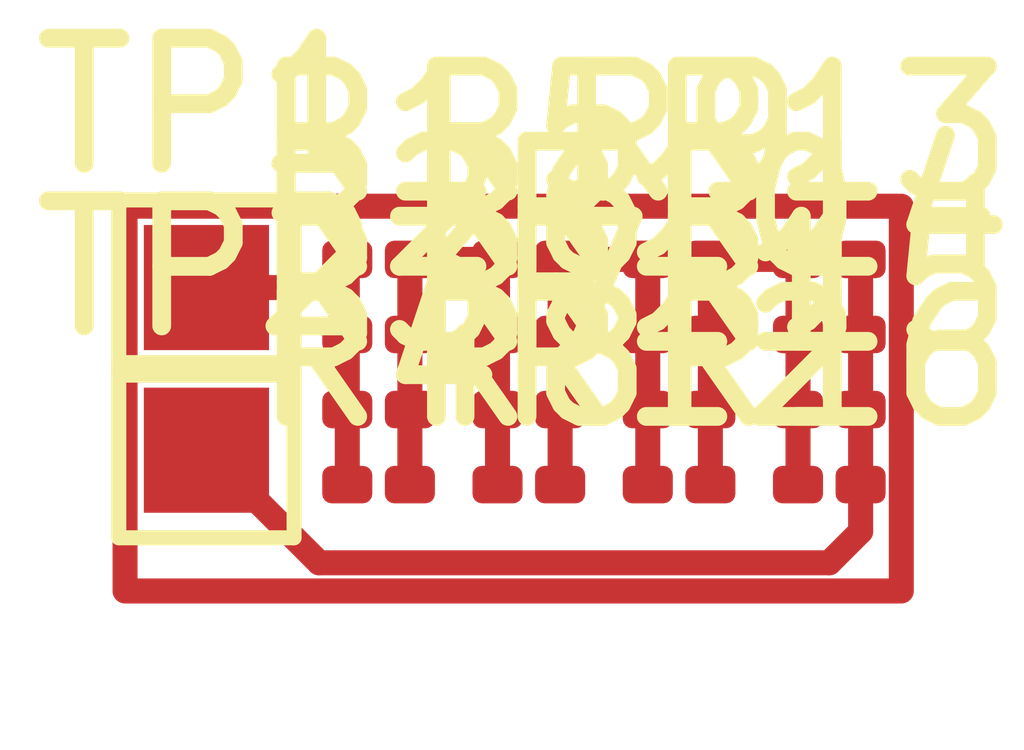
<source format=kicad_pcb>
(kicad_pcb (version 20221018) (generator pcbnew)
  (layers (0 "F.Cu" signal) (31 "B.Cu" signal) (34 "B.Paste" user) (35 "F.Paste" user) (36 "B.SilkS" user "B.Silkscreen") (37 "F.SilkS" user "F.Silkscreen") (38 "B.Mask" user) (39 "F.Mask" user) (44 "Edge.Cuts" user))
  (net 0 "")
  (net 1 "VCC")
  (net 2 "Net-(R1-Pad2)")
  (net 3 "Net-(R10-Pad1)")
  (net 4 "Net-(R10-Pad2)")
  (net 5 "GND")
  (footprint "Resistor_SMD:R_01005_0402Metric" (layer "F.Cu") (at 125.625 69.575)
    (fp_text reference "R1" (at 0 -1) (layer "F.SilkS"))
    (fp_text value "R")
    (pad "1" smd roundrect (at -0.25 0) (size 0.4 0.3) (layers "F.Cu" "F.Mask") (net 1 "VCC"))
    (pad "2" smd roundrect (at 0.25 0) (size 0.4 0.3) (layers "F.Cu" "F.Mask") (net 2 "Net-(R1-Pad2)"))
  )
  (footprint "TestPoint:TestPoint_Pad_1.0x1.0mm" (layer "F.Cu") (at 124.25 69.8)
    (fp_text reference "TP1" (at 0 -1.448) (layer "F.SilkS"))
    (fp_text value "VCC")
    (fp_line (start -0.7 -0.7) (end 0.7 -0.7) (stroke (width 0.12)) (layer "F.SilkS"))
    (fp_line (start -0.7 0.7) (end -0.7 -0.7) (stroke (width 0.12)) (layer "F.SilkS"))
    (fp_line (start 0.7 -0.7) (end 0.7 0.7) (stroke (width 0.12)) (layer "F.SilkS"))
    (fp_line (start 0.7 0.7) (end -0.7 0.7) (stroke (width 0.12)) (layer "F.SilkS"))
    (pad "1" smd rect (at 0 0) (size 1 1) (layers "F.Cu" "F.Mask") (net 1 "VCC"))
  )
  (footprint "Resistor_SMD:R_01005_0402Metric" (layer "F.Cu") (at 125.625 70.775)
    (fp_text reference "R3" (at 0 -1) (layer "F.SilkS"))
    (fp_text value "R")
    (pad "1" smd roundrect (at -0.25 0) (size 0.4 0.3) (layers "F.Cu" "F.Mask") (net 1 "VCC"))
    (pad "2" smd roundrect (at 0.25 0) (size 0.4 0.3) (layers "F.Cu" "F.Mask") (net 2 "Net-(R1-Pad2)"))
  )
  (footprint "Resistor_SMD:R_01005_0402Metric" (layer "F.Cu") (at 129.225 69.575)
    (fp_text reference "R13" (at 0 -1) (layer "F.SilkS"))
    (fp_text value "R")
    (pad "1" smd roundrect (at -0.25 0) (size 0.4 0.3) (layers "F.Cu" "F.Mask") (net 4 "Net-(R10-Pad2)"))
    (pad "2" smd roundrect (at 0.25 0) (size 0.4 0.3) (layers "F.Cu" "F.Mask") (net 5 "GND"))
  )
  (footprint "Resistor_SMD:R_01005_0402Metric" (layer "F.Cu") (at 126.825 70.175)
    (fp_text reference "R6" (at 0 -1) (layer "F.SilkS"))
    (fp_text value "R")
    (pad "1" smd roundrect (at -0.25 0) (size 0.4 0.3) (layers "F.Cu" "F.Mask") (net 2 "Net-(R1-Pad2)"))
    (pad "2" smd roundrect (at 0.25 0) (size 0.4 0.3) (layers "F.Cu" "F.Mask") (net 3 "Net-(R10-Pad1)"))
  )
  (footprint "TestPoint:TestPoint_Pad_1.0x1.0mm" (layer "F.Cu") (at 124.25 71.1)
    (fp_text reference "TP2" (at 0 -1.448) (layer "F.SilkS"))
    (fp_text value "GND")
    (fp_line (start -0.7 -0.7) (end 0.7 -0.7) (stroke (width 0.12)) (layer "F.SilkS"))
    (fp_line (start -0.7 0.7) (end -0.7 -0.7) (stroke (width 0.12)) (layer "F.SilkS"))
    (fp_line (start 0.7 -0.7) (end 0.7 0.7) (stroke (width 0.12)) (layer "F.SilkS"))
    (fp_line (start 0.7 0.7) (end -0.7 0.7) (stroke (width 0.12)) (layer "F.SilkS"))
    (pad "1" smd rect (at 0 0) (size 1 1) (layers "F.Cu" "F.Mask") (net 5 "GND"))
  )
  (footprint "Resistor_SMD:R_01005_0402Metric" (layer "F.Cu") (at 128.025 69.575)
    (fp_text reference "R9" (at 0 -1) (layer "F.SilkS"))
    (fp_text value "R")
    (pad "1" smd roundrect (at -0.25 0) (size 0.4 0.3) (layers "F.Cu" "F.Mask") (net 3 "Net-(R10-Pad1)"))
    (pad "2" smd roundrect (at 0.25 0) (size 0.4 0.3) (layers "F.Cu" "F.Mask") (net 4 "Net-(R10-Pad2)"))
  )
  (footprint "Resistor_SMD:R_01005_0402Metric" (layer "F.Cu") (at 129.225 70.775)
    (fp_text reference "R15" (at 0 -1) (layer "F.SilkS"))
    (fp_text value "R")
    (pad "1" smd roundrect (at -0.25 0) (size 0.4 0.3) (layers "F.Cu" "F.Mask") (net 4 "Net-(R10-Pad2)"))
    (pad "2" smd roundrect (at 0.25 0) (size 0.4 0.3) (layers "F.Cu" "F.Mask") (net 5 "GND"))
  )
  (footprint "Resistor_SMD:R_01005_0402Metric" (layer "F.Cu") (at 129.225 70.175)
    (fp_text reference "R14" (at 0 -1) (layer "F.SilkS"))
    (fp_text value "R")
    (pad "1" smd roundrect (at -0.25 0) (size 0.4 0.3) (layers "F.Cu" "F.Mask") (net 4 "Net-(R10-Pad2)"))
    (pad "2" smd roundrect (at 0.25 0) (size 0.4 0.3) (layers "F.Cu" "F.Mask") (net 5 "GND"))
  )
  (footprint "Resistor_SMD:R_01005_0402Metric" (layer "F.Cu") (at 128.025 70.175)
    (fp_text reference "R10" (at 0 -1) (layer "F.SilkS"))
    (fp_text value "R")
    (pad "1" smd roundrect (at -0.25 0) (size 0.4 0.3) (layers "F.Cu" "F.Mask") (net 3 "Net-(R10-Pad1)"))
    (pad "2" smd roundrect (at 0.25 0) (size 0.4 0.3) (layers "F.Cu" "F.Mask") (net 4 "Net-(R10-Pad2)"))
  )
  (footprint "Resistor_SMD:R_01005_0402Metric" (layer "F.Cu") (at 126.825 70.775)
    (fp_text reference "R7" (at 0 -1) (layer "F.SilkS"))
    (fp_text value "R")
    (pad "1" smd roundrect (at -0.25 0) (size 0.4 0.3) (layers "F.Cu" "F.Mask") (net 2 "Net-(R1-Pad2)"))
    (pad "2" smd roundrect (at 0.25 0) (size 0.4 0.3) (layers "F.Cu" "F.Mask") (net 3 "Net-(R10-Pad1)"))
  )
  (footprint "Resistor_SMD:R_01005_0402Metric" (layer "F.Cu") (at 125.625 71.375)
    (fp_text reference "R4" (at 0 -1) (layer "F.SilkS"))
    (fp_text value "R")
    (pad "1" smd roundrect (at -0.25 0) (size 0.4 0.3) (layers "F.Cu" "F.Mask") (net 1 "VCC"))
    (pad "2" smd roundrect (at 0.25 0) (size 0.4 0.3) (layers "F.Cu" "F.Mask") (net 2 "Net-(R1-Pad2)"))
  )
  (footprint "Resistor_SMD:R_01005_0402Metric" (layer "F.Cu") (at 126.825 69.575)
    (fp_text reference "R5" (at 0 -1) (layer "F.SilkS"))
    (fp_text value "R")
    (pad "1" smd roundrect (at -0.25 0) (size 0.4 0.3) (layers "F.Cu" "F.Mask") (net 2 "Net-(R1-Pad2)"))
    (pad "2" smd roundrect (at 0.25 0) (size 0.4 0.3) (layers "F.Cu" "F.Mask") (net 3 "Net-(R10-Pad1)"))
  )
  (footprint "Resistor_SMD:R_01005_0402Metric" (layer "F.Cu") (at 126.825 71.375)
    (fp_text reference "R8" (at 0 -1) (layer "F.SilkS"))
    (fp_text value "R")
    (pad "1" smd roundrect (at -0.25 0) (size 0.4 0.3) (layers "F.Cu" "F.Mask") (net 2 "Net-(R1-Pad2)"))
    (pad "2" smd roundrect (at 0.25 0) (size 0.4 0.3) (layers "F.Cu" "F.Mask") (net 3 "Net-(R10-Pad1)"))
  )
  (footprint "Resistor_SMD:R_01005_0402Metric" (layer "F.Cu") (at 129.225 71.375)
    (fp_text reference "R16" (at 0 -1) (layer "F.SilkS"))
    (fp_text value "R")
    (pad "1" smd roundrect (at -0.25 0) (size 0.4 0.3) (layers "F.Cu" "F.Mask") (net 4 "Net-(R10-Pad2)"))
    (pad "2" smd roundrect (at 0.25 0) (size 0.4 0.3) (layers "F.Cu" "F.Mask") (net 5 "GND"))
  )
  (footprint "Resistor_SMD:R_01005_0402Metric" (layer "F.Cu") (at 128.025 70.775)
    (fp_text reference "R11" (at 0 -1) (layer "F.SilkS"))
    (fp_text value "R")
    (pad "1" smd roundrect (at -0.25 0) (size 0.4 0.3) (layers "F.Cu" "F.Mask") (net 3 "Net-(R10-Pad1)"))
    (pad "2" smd roundrect (at 0.25 0) (size 0.4 0.3) (layers "F.Cu" "F.Mask") (net 4 "Net-(R10-Pad2)"))
  )
  (footprint "Resistor_SMD:R_01005_0402Metric" (layer "F.Cu") (at 128.025 71.375)
    (fp_text reference "R12" (at 0 -1) (layer "F.SilkS"))
    (fp_text value "R")
    (pad "1" smd roundrect (at -0.25 0) (size 0.4 0.3) (layers "F.Cu" "F.Mask") (net 3 "Net-(R10-Pad1)"))
    (pad "2" smd roundrect (at 0.25 0) (size 0.4 0.3) (layers "F.Cu" "F.Mask") (net 4 "Net-(R10-Pad2)"))
  )
  (footprint "Resistor_SMD:R_01005_0402Metric" (layer "F.Cu") (at 125.625 70.175)
    (fp_text reference "R2" (at 0 -1) (layer "F.SilkS"))
    (fp_text value "R")
    (pad "1" smd roundrect (at -0.25 0) (size 0.4 0.3) (layers "F.Cu" "F.Mask") (net 1 "VCC"))
    (pad "2" smd roundrect (at 0.25 0) (size 0.4 0.3) (layers "F.Cu" "F.Mask") (net 2 "Net-(R1-Pad2)"))
  )
  (gr_rect (start 123.6 69.15) (end 129.8 72.225) (stroke (width 0.2)) (fill none) (layer "F.Cu"))
  (segment (start 125.375 69.575) (end 125.375 71.375) (width 0.2) (layer "F.Cu") (net 1))
  (segment (start 125.15 69.8) (end 125.375 69.575) (width 0.2) (layer "F.Cu") (net 1))
  (segment (start 124.25 69.8) (end 125.15 69.8) (width 0.2) (layer "F.Cu") (net 1))
  (segment (start 125.875 69.575) (end 125.875 71.375) (width 0.2) (layer "F.Cu") (net 2))
  (segment (start 126.575 71.375) (end 126.575 69.575) (width 0.2) (layer "F.Cu") (net 2))
  (segment (start 126.575 69.575) (end 125.875 69.575) (width 0.2) (layer "F.Cu") (net 2))
  (segment (start 127.075 69.575) (end 127.075 71.375) (width 0.2) (layer "F.Cu") (net 3))
  (segment (start 127.775 71.375) (end 127.775 69.575) (width 0.2) (layer "F.Cu") (net 3))
  (segment (start 127.775 69.575) (end 127.075 69.575) (width 0.2) (layer "F.Cu") (net 3))
  (segment (start 128.275 69.575) (end 128.275 71.375) (width 0.2) (layer "F.Cu") (net 4))
  (segment (start 128.975 71.375) (end 128.975 69.575) (width 0.2) (layer "F.Cu") (net 4))
  (segment (start 128.975 69.575) (end 128.275 69.575) (width 0.2) (layer "F.Cu") (net 4))
  (segment (start 124.25 71.1) (end 125.15 72) (width 0.2) (layer "F.Cu") (net 5))
  (segment (start 129.475 69.575) (end 129.475 71.375) (width 0.2) (layer "F.Cu") (net 5))
  (segment (start 129.225 72) (end 125.15 72) (width 0.2) (layer "F.Cu") (net 5))
  (segment (start 129.475 71.75) (end 129.225 72) (width 0.2) (layer "F.Cu") (net 5))
  (segment (start 129.475 71.375) (end 129.475 71.75) (width 0.2) (layer "F.Cu") (net 5))
)
</source>
